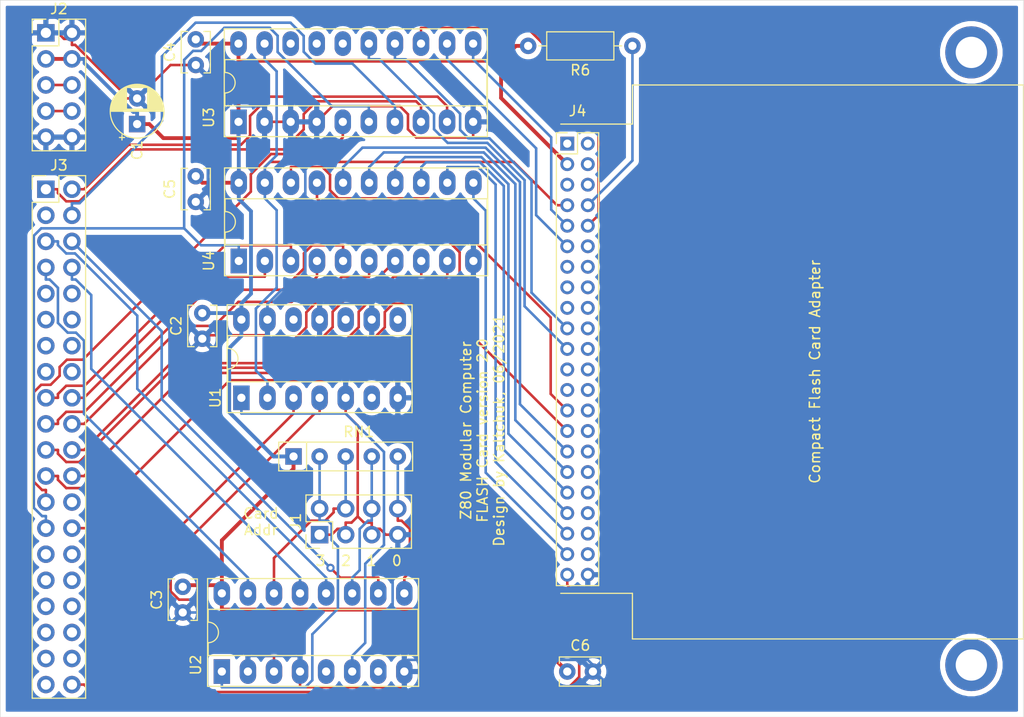
<source format=kicad_pcb>
(kicad_pcb (version 20211014) (generator pcbnew)
  (layers (0 "F.Cu" signal) (31 "B.Cu" signal) (34 "B.Paste" user) (35 "F.Paste" user) (36 "B.SilkS" user "B.Silkscreen") (37 "F.SilkS" user "F.Silkscreen") (38 "B.Mask" user) (39 "F.Mask" user) (44 "Edge.Cuts" user))
  (net 0 "")
  (net 1 "+5V")
  (net 2 "GND")
  (net 3 "Net-(J1-Pad2)")
  (net 4 "Net-(J1-Pad4)")
  (net 5 "Net-(J1-Pad6)")
  (net 6 "Net-(J1-Pad8)")
  (net 7 "/+12V")
  (net 8 "/v1")
  (net 9 "/a01")
  (net 10 "/a00")
  (net 11 "/a03")
  (net 12 "/a02")
  (net 13 "/a05")
  (net 14 "/a04")
  (net 15 "/a07")
  (net 16 "/a06")
  (net 17 "/a09")
  (net 18 "/a08")
  (net 19 "/a11")
  (net 20 "/a10")
  (net 21 "/a13")
  (net 22 "/a12")
  (net 23 "/a15")
  (net 24 "/a14")
  (net 25 "/d01")
  (net 26 "/d00")
  (net 27 "/d03")
  (net 28 "/d02")
  (net 29 "/d05")
  (net 30 "/d04")
  (net 31 "/d07")
  (net 32 "/d06")
  (net 33 "/wr")
  (net 34 "/mreq")
  (net 35 "/rd")
  (net 36 "/iorq")
  (net 37 "/busack")
  (net 38 "/busrq")
  (net 39 "/halt")
  (net 40 "/wait")
  (net 41 "/int")
  (net 42 "/nmi")
  (net 43 "/s1")
  (net 44 "/s0")
  (net 45 "/m1")
  (net 46 "/s2")
  (net 47 "/clk")
  (net 48 "/reset")
  (net 49 "/fd07")
  (net 50 "/fd06")
  (net 51 "/fd05")
  (net 52 "/fd04")
  (net 53 "/fd03")
  (net 54 "/fd02")
  (net 55 "/fd01")
  (net 56 "/fd00")
  (net 57 "/fwr")
  (net 58 "/frd")
  (net 59 "/fa01")
  (net 60 "/fa00")
  (net 61 "/fa02")
  (net 62 "/cf_sel")
  (net 63 "Net-(U1-Pad1)")
  (net 64 "Net-(U1-Pad8)")
  (net 65 "Net-(U1-Pad10)")
  (net 66 "Net-(U1-Pad4)")
  (net 67 "Net-(U1-Pad12)")
  (net 68 "Net-(U1-Pad6)")
  (net 69 "Net-(U2-Pad5)")
  (net 70 "Net-(U2-Pad7)")
  (net 71 "Net-(U3-Pad16)")
  (net 72 "Net-(U3-Pad17)")
  (net 73 "Net-(U3-Pad18)")
  (net 74 "Net-(J4-Pad5)")
  (net 75 "Net-(J4-Pad13)")
  (net 76 "Net-(J4-Pad15)")
  (net 77 "Net-(J4-Pad17)")
  (net 78 "Net-(J4-Pad23)")
  (net 79 "Net-(J4-Pad25)")
  (net 80 "Net-(J4-Pad1)")
  (net 81 "Net-(J4-Pad2)")
  (net 82 "Net-(J4-Pad6)")
  (net 83 "Net-(J4-Pad14)")
  (net 84 "Net-(J4-Pad16)")
  (net 85 "Net-(J4-Pad18)")
  (net 86 "Net-(J4-Pad24)")
  (net 87 "Net-(J4-Pad26)")
  (net 88 "Net-(J4-Pad4)")
  (net 89 "Net-(J4-Pad8)")
  (net 90 "Net-(J4-Pad12)")
  (net 91 "Net-(J4-Pad20)")
  (net 92 "Net-(J4-Pad22)")
  (net 93 "Net-(J4-Pad28)")
  (net 94 "Net-(J4-Pad30)")
  (net 95 "Net-(J4-Pad32)")
  (net 96 "Net-(J4-Pad34)")
  (net 97 "Net-(J4-Pad36)")
  (net 98 "Net-(J4-Pad38)")
  (net 99 "Net-(J4-Pad40)")
  (net 100 "Net-(J4-Pad42)")
  (footprint "Capacitor_THT:CP_Radial_D5.0mm_P2.50mm" (layer "F.Cu") (at 114.935 77.47 90)
    (fp_text reference "C1")
    (fp_text value "10uF")
  )
  (footprint "Capacitor_THT:C_Disc_D3.8mm_W2.6mm_P2.50mm" (layer "F.Cu") (at 121.285 95.885 -90)
    (fp_text reference "C2")
    (fp_text value "10nF")
  )
  (footprint "Capacitor_THT:C_Disc_D3.8mm_W2.6mm_P2.50mm" (layer "F.Cu") (at 119.38 122.555 -90)
    (fp_text reference "C3")
    (fp_text value "10nF")
  )
  (footprint "Capacitor_THT:C_Disc_D3.8mm_W2.6mm_P2.50mm" (layer "F.Cu") (at 120.65 69.215 -90)
    (fp_text reference "C4")
    (fp_text value "10nF")
  )
  (footprint "Capacitor_THT:C_Disc_D3.8mm_W2.6mm_P2.50mm" (layer "F.Cu") (at 120.65 82.55 -90)
    (fp_text reference "C5")
    (fp_text value "10nF")
  )
  (footprint "Capacitor_THT:C_Disc_D3.8mm_W2.6mm_P2.50mm" (layer "F.Cu") (at 156.845 130.81)
    (fp_text reference "C6")
    (fp_text value "10nF")
  )
  (footprint "Connector_PinHeader_2.54mm:PinHeader_2x04_P2.54mm_Vertical" (layer "F.Cu") (at 132.715 117.475 90)
    (fp_text reference "J1")
    (fp_text value "card addr")
  )
  (footprint "Connector_PinHeader_2.54mm:PinHeader_2x05_P2.54mm_Vertical" (layer "F.Cu") (at 106.045 68.58)
    (fp_text reference "J2")
    (fp_text value "Power Bus")
  )
  (footprint "Connector_PinHeader_2.54mm:PinHeader_2x20_P2.54mm_Vertical" (layer "F.Cu") (at 106.045 83.82)
    (fp_text reference "J3")
    (fp_text value "Signal Bus")
  )
  (footprint "Connector_PinHeader_2.00mm:PinHeader_2x22_P2.00mm_Vertical" (layer "F.Cu") (at 156.845 79.375)
    (fp_text reference "J4")
    (fp_text value "IDE connector")
  )
  (footprint "Resistor_THT:R_Axial_DIN0207_L6.3mm_D2.5mm_P10.16mm_Horizontal" (layer "F.Cu") (at 163.195 69.85 180)
    (fp_text reference "R6")
    (fp_text value "1k")
  )
  (footprint "Resistor_THT:R_Array_SIP5" (layer "F.Cu") (at 130.175 109.855)
    (fp_text reference "RN1")
    (fp_text value "4x10k")
  )
  (footprint "Package_DIP:DIP-14_W7.62mm_Socket_LongPads" (layer "F.Cu") (at 125.095 104.14 90)
    (fp_text reference "U1")
    (fp_text value "74LS04")
  )
  (footprint "Package_DIP:DIP-16_W7.62mm_Socket_LongPads" (layer "F.Cu") (at 123.19 130.81 90)
    (fp_text reference "U2")
    (fp_text value "74LS85")
  )
  (footprint "Package_DIP:DIP-20_W7.62mm_Socket_LongPads" (layer "F.Cu") (at 124.815 77.25 90)
    (fp_text reference "U3")
    (fp_text value "74LS245")
  )
  (footprint "Package_DIP:DIP-20_W7.62mm_Socket_LongPads" (layer "F.Cu") (at 124.841 90.805 90)
    (fp_text reference "U4")
    (fp_text value "74LS245")
  )
  (gr_line (start 163.195 127.635) (end 163.195 123.19) (layer "F.SilkS") (width 0.12))
  (gr_line (start 201.295 127.635) (end 163.195 127.635) (layer "F.SilkS") (width 0.12))
  (gr_line (start 201.295 73.66) (end 201.295 127.635) (layer "F.SilkS") (width 0.12))
  (gr_line (start 163.195 77.47) (end 163.195 73.66) (layer "F.SilkS") (width 0.12))
  (gr_line (start 163.195 73.66) (end 201.295 73.66) (layer "F.SilkS") (width 0.12))
  (gr_line (start 156.21 77.47) (end 163.195 77.47) (layer "F.SilkS") (width 0.12))
  (gr_line (start 156.21 123.19) (end 163.195 123.19) (layer "F.SilkS") (width 0.12))
  (gr_line (start 101.6 65.405) (end 101.6 135.255) (layer "Edge.Cuts") (width 0.05))
  (gr_line (start 201.295 65.405) (end 101.6 65.405) (layer "Edge.Cuts") (width 0.05))
  (gr_line (start 101.6 135.255) (end 201.295 135.255) (layer "Edge.Cuts") (width 0.05))
  (gr_line (start 201.295 135.255) (end 201.295 65.405) (layer "Edge.Cuts") (width 0.05))
  (gr_text "Compact Flash Card Adapter" (at 180.975 101.6 90) (layer "F.SilkS") (effects (font (size 1 1))))
  (gr_text "3  2  1  0" (at 136.525 120.015) (layer "F.SilkS") (effects (font (size 1 1))))
  (gr_text "Card\nAddr" (at 127 116.205) (layer "F.SilkS") (effects (font (size 1 1))))
  (gr_text "Z80 Modular Computer\nFLASH Card version 2.0\nDesign by Kaltchuk, 06/2021" (at 148.59 107.315 90) (layer "F.SilkS") (effects (font (size 1 1))))
  (via (at 196.215 130.175) (size 5.08) (drill 3.048) (layers "F.Cu" "B.Cu") (net 0))
  (via (at 196.215 70.485) (size 5.08) (drill 3.048) (layers "F.Cu" "B.Cu") (net 0))
  (segment (start 124.815 71.3008) (end 124.815 69.63) (width 0.375) (layer "F.Cu") (net 1))
  (segment (start 119.5389 122.3961) (end 119.38 122.555) (width 0.375) (layer "F.Cu") (net 1))
  (segment (start 124.815 77.25) (end 124.815 71.3008) (width 0.375) (layer "F.Cu") (net 1))
  (segment (start 124.815 71.3008) (end 150.3964 71.3008) (width 0.375) (layer "F.Cu") (net 1))
  (segment (start 121.065 69.63) (end 120.65 69.215) (width 0.375) (layer "F.Cu") (net 1))
  (segment (start 123.19 123.19) (end 123.19 124.7778) (width 0.375) (layer "F.Cu") (net 1))
  (segment (start 153.035 69.85) (end 151.8472 69.85) (width 0.375) (layer "F.Cu") (net 1))
  (segment (start 130.175 111.0428) (end 123.19 118.0278) (width 0.375) (layer "F.Cu") (net 1))
  (segment (start 150.3964 71.3008) (end 150.3964 74.9264) (width 0.375) (layer "F.Cu") (net 1))
  (segment (start 150.3964 74.9264) (end 156.845 81.375) (width 0.375) (layer "F.Cu") (net 1))
  (segment (start 117.4906 78.8378) (end 116.1228 77.47) (width 0.375) (layer "F.Cu") (net 1))
  (segment (start 130.175 109.855) (end 130.175 111.0428) (width 0.375) (layer "F.Cu") (net 1))
  (segment (start 150.3964 71.3008) (end 151.8472 69.85) (width 0.375) (layer "F.Cu") (net 1))
  (segment (start 123.19 118.0278) (end 123.19 122.3961) (width 0.375) (layer "F.Cu") (net 1))
  (segment (start 124.841 83.185) (end 121.285 83.185) (width 0.375) (layer "F.Cu") (net 1))
  (segment (start 150.8128 124.7778) (end 156.845 130.81) (width 0.375) (layer "F.Cu") (net 1))
  (segment (start 124.815 78.8378) (end 117.4906 78.8378) (width 0.375) (layer "F.Cu") (net 1))
  (segment (start 123.19 124.7778) (end 150.8128 124.7778) (width 0.375) (layer "F.Cu") (net 1))
  (segment (start 124.815 77.25) (end 124.815 78.8378) (width 0.375) (layer "F.Cu") (net 1))
  (segment (start 123.19 122.3961) (end 119.5389 122.3961) (width 0.375) (layer "F.Cu") (net 1))
  (segment (start 124.815 69.63) (end 121.065 69.63) (width 0.375) (layer "F.Cu") (net 1))
  (segment (start 123.19 123.19) (end 123.19 122.3961) (width 0.375) (layer "F.Cu") (net 1))
  (segment (start 114.935 77.47) (end 116.1228 77.47) (width 0.375) (layer "F.Cu") (net 1))
  (segment (start 108.585 71.12) (end 106.045 71.12) (width 0.375) (layer "F.Cu") (net 1))
  (segment (start 121.285 83.185) (end 120.65 82.55) (width 0.375) (layer "F.Cu") (net 1))
  (segment (start 114.5638 76.2822) (end 109.8228 71.5412) (width 0.375) (layer "B.Cu") (net 1))
  (segment (start 124.841 78.8638) (end 124.841 83.185) (width 0.375) (layer "B.Cu") (net 1))
  (segment (start 126.0288 85.9606) (end 124.841 84.7728) (width 0.375) (layer "B.Cu") (net 1))
  (segment (start 125.095 95.885) (end 125.095 96.52) (width 0.375) (layer "B.Cu") (net 1))
  (segment (start 124.815 78.8378) (end 124.841 78.8638) (width 0.375) (layer "B.Cu") (net 1))
  (segment (start 124.815 77.25) (end 124.815 78.8378) (width 0.375) (layer "B.Cu") (net 1))
  (segment (start 109.8228 71.5412) (end 109.8228 71.12) (width 0.375) (layer "B.Cu") (net 1))
  (segment (start 126.0288 93.9984) (end 126.0288 85.9606) (width 0.375) (layer "B.Cu") (net 1))
  (segment (start 123.9071 99.2957) (end 123.9071 105.5304) (width 0.375) (layer "B.Cu") (net 1))
  (segment (start 125.095 95.7261) (end 125.095 95.885) (width 0.375) (layer "B.Cu") (net 1))
  (segment (start 114.935 77.47) (end 114.935 76.2822) (width 0.375) (layer "B.Cu") (net 1))
  (segment (start 124.841 83.185) (end 124.841 84.7728) (width 0.375) (layer "B.Cu") (net 1))
  (segment (start 125.095 94.9322) (end 126.0288 93.9984) (width 0.375) (layer "B.Cu") (net 1))
  (segment (start 123.9071 105.5304) (end 128.2317 109.855) (width 0.375) (layer "B.Cu") (net 1))
  (segment (start 114.935 76.2822) (end 114.5638 76.2822) (width 0.375) (layer "B.Cu") (net 1))
  (segment (start 125.095 95.7261) (end 125.095 94.9322) (width 0.375) (layer "B.Cu") (net 1))
  (segment (start 108.585 71.12) (end 109.8228 71.12) (width 0.375) (layer "B.Cu") (net 1))
  (segment (start 125.095 98.1078) (end 123.9071 99.2957) (width 0.375) (layer "B.Cu") (net 1))
  (segment (start 128.2317 109.855) (end 130.175 109.855) (width 0.375) (layer "B.Cu") (net 1))
  (segment (start 125.095 96.52) (end 125.095 98.1078) (width 0.375) (layer "B.Cu") (net 1))
  (segment (start 125.095 95.885) (end 121.285 95.885) (width 0.375) (layer "B.Cu") (net 1))
  (segment (start 127.635 98.0453) (end 121.6247 98.0453) (width 0.25) (layer "F.Cu") (net 2))
  (segment (start 141.325 76.5133) (end 141.325 77.9778) (width 0.25) (layer "F.Cu") (net 2))
  (segment (start 108.585 68.58) (end 108.585 69.1676) (width 0.25) (layer "F.Cu") (net 2))
  (segment (start 137.795 116.9052) (end 138.5899 116.9052) (width 0.25) (layer "F.Cu") (net 2))
  (segment (start 140.97 130.81) (end 140.97 132.3353) (width 0.25) (layer "F.Cu") (net 2))
  (segment (start 135.8264 116.2997) (end 135.255 116.2997) (width 0.25) (layer "F.Cu") (net 2))
  (segment (start 137.795 116.9052) (end 137.795 116.2997) (width 0.25) (layer "F.Cu") (net 2))
  (segment (start 141.325 77.9778) (end 142.1225 78.7753) (width 0.25) (layer "F.Cu") (net 2))
  (segment (start 137.795 117.475) (end 137.795 116.9052) (width 0.25) (layer "F.Cu") (net 2))
  (segment (start 106.045 68.58) (end 107.2203 68.58) (width 0.25) (layer "F.Cu") (net 2))
  (segment (start 113.5303 74.97) (end 113.5303 74.3872) (width 0.25) (layer "F.Cu") (net 2))
  (segment (start 140.5364 75.7247) (end 141.325 76.5133) (width 0.25) (layer "F.Cu") (net 2))
  (segment (start 142.1225 78.7753) (end 147.675 78.7753) (width 0.25) (layer "F.Cu") (net 2))
  (segment (start 137.0342 116.2997) (end 136.4303 115.6958) (width 0.25) (layer "F.Cu") (net 2))
  (segment (start 127.635 96.52) (end 127.635 98.0453) (width 0.25) (layer "F.Cu") (net 2))
  (segment (start 136.4303 115.6958) (end 136.4303 106.8406) (width 0.25) (layer "F.Cu") (net 2))
  (segment (start 108.585 78.74) (end 109.7603 78.74) (width 0.25) (layer "F.Cu") (net 2))
  (segment (start 140.97 132.3353) (end 130.81 132.3353) (width 0.25) (layer "F.Cu") (net 2))
  (segment (start 137.795 116.2997) (end 137.0342 116.2997) (width 0.25) (layer "F.Cu") (net 2))
  (segment (start 135.255 116.9052) (end 134.4601 116.9052) (width 0.25) (layer "F.Cu") (net 2))
  (segment (start 135.255 116.9052) (end 135.255 116.2997) (width 0.25) (layer "F.Cu") (net 2))
  (segment (start 132.715 117.475) (end 133.8903 117.475) (width 0.25) (layer "F.Cu") (net 2))
  (segment (start 138.5899 116.9052) (end 139.1597 117.475) (width 0.25) (layer "F.Cu") (net 2))
  (segment (start 113.5303 74.97) (end 109.7603 78.74) (width 0.25) (layer "F.Cu") (net 2))
  (segment (start 108.585 69.1676) (end 107.8079 69.1676) (width 0.25) (layer "F.Cu") (net 2))
  (segment (start 136.4303 115.6958) (end 135.8264 116.2997) (width 0.25) (layer "F.Cu") (net 2))
  (segment (start 121.6247 98.0453) (end 121.285 98.385) (width 0.25) (layer "F.Cu") (net 2))
  (segment (start 118.19 71.715) (end 114.935 74.97) (width 0.25) (layer "F.Cu") (net 2))
  (segment (start 147.675 77.25) (end 147.675 78.7753) (width 0.25) (layer "F.Cu") (net 2))
  (segment (start 135.255 104.14) (end 135.255 105.6653) (width 0.25) (layer "F.Cu") (net 2))
  (segment (start 132.435 77.25) (end 133.9603 75.7247) (width 0.25) (layer "F.Cu") (net 2))
  (segment (start 140.335 117.475) (end 139.1597 117.475) (width 0.25) (layer "F.Cu") (net 2))
  (segment (start 108.585 69.1676) (end 108.585 69.7553) (width 0.25) (layer "F.Cu") (net 2))
  (segment (start 133.9603 75.7247) (end 140.5364 75.7247) (width 0.25) (layer "F.Cu") (net 2))
  (segment (start 107.8079 69.1676) (end 107.2203 68.58) (width 0.25) (layer "F.Cu") (net 2))
  (segment (start 135.255 117.475) (end 135.255 116.9052) (width 0.25) (layer "F.Cu") (net 2))
  (segment (start 108.585 78.74) (end 106.045 78.74) (width 0.25) (layer "F.Cu") (net 2))
  (segment (start 120.65 71.715) (end 118.19 71.715) (width 0.25) (layer "F.Cu") (net 2))
  (segment (start 136.4303 106.8406) (end 135.255 105.6653) (width 0.25) (layer "F.Cu") (net 2))
  (segment (start 130.81 130.81) (end 130.81 132.3353) (width 0.25) (layer "F.Cu") (net 2))
  (segment (start 114.935 74.97) (end 113.5303 74.97) (width 0.25) (layer "F.Cu") (net 2))
  (segment (start 108.8984 69.7553) (end 108.585 69.7553) (width 0.25) (layer "F.Cu") (net 2))
  (segment (start 129.895 77.25) (end 127.355 77.25) (width 0.25) (layer "F.Cu") (net 2))
  (segment (start 113.5303 74.3872) (end 108.8984 69.7553) (width 0.25) (layer "F.Cu") (net 2))
  (segment (start 134.4601 116.9052) (end 133.8903 117.475) (width 0.25) (layer "F.Cu") (net 2))
  (segment (start 135.255 104.14) (end 135.255 102.6147) (width 0.25) (layer "B.Cu") (net 2))
  (segment (start 124.6597 75.7247) (end 124.2693 75.3343) (width 0.25) (layer "B.Cu") (net 2))
  (segment (start 121.3877 125.055) (end 125.73 129.3973) (width 0.25) (layer "B.Cu") (net 2))
  (segment (start 120.65 85.05) (end 121.8256 83.8744) (width 0.25) (layer "B.Cu") (net 2))
  (segment (start 127.635 96.52) (end 127.635 94.9947) (width 0.25) (layer "B.Cu") (net 2))
  (segment (start 131.3223 79.888) (end 132.435 78.7753) (width 0.25) (layer "B.Cu") (net 2))
  (segment (start 127.635 94.9947) (end 129.0277 93.602) (width 0.25) (layer "B.Cu") (net 2))
  (segment (start 125.8426 129.2847) (end 125.73 129.3973) (width 0.25) (layer "B.Cu") (net 2))
  (segment (start 124.2693 75.3343) (end 120.65 71.715) (width 0.25) (layer "B.Cu") (net 2))
  (segment (start 140.97 129.2847) (end 139.831 128.1457) (width 0.25) (layer "B.Cu") (net 2))
  (segment (start 140.97 130.0473) (end 141.3442 129.6731) (width 0.25) (layer "B.Cu") (net 2))
  (segment (start 137.795 96.52) (end 137.795 95.1073) (width 0.25) (layer "B.Cu") (net 2))
  (segment (start 121.8256 77.778) (end 124.2693 75.3343) (width 0.25) (layer "B.Cu") (net 2))
  (segment (start 140.4594 92.3303) (end 137.795 94.9947) (width 0.25) (layer "B.Cu") (net 2))
  (segment (start 129.0277 93.602) (end 131.3223 93.602) (width 0.25) (layer "B.Cu") (net 2))
  (segment (start 130.2096 78.7753) (end 129.895 78.7753) (width 0.25) (layer "B.Cu") (net 2))
  (segment (start 158.845 121.375) (end 158.845 122.3753) (width 0.25) (layer "B.Cu") (net 2))
  (segment (start 137.795 96.52) (end 137.795 100.0747) (width 0.25) (layer "B.Cu") (net 2))
  (segment (start 130.81 130.81) (end 130.81 129.2847) (width 0.25) (layer "B.Cu") (net 2))
  (segment (start 140.335 117.475) (end 140.335 118.6503) (width 0.25) (layer "B.Cu") (net 2))
  (segment (start 131.3223 79.888) (end 130.2096 78.7753) (width 0.25) (layer "B.Cu") (net 2))
  (segment (start 140.97 130.0473) (end 140.97 129.2847) (width 0.25) (layer "B.Cu") (net 2))
  (segment (start 140.335 104.14) (end 140.335 102.6147) (width 0.25) (layer "B.Cu") (net 2))
  (segment (start 159.345 130.1731) (end 159.345 130.81) (width 0.25) (layer "B.Cu") (net 2))
  (segment (start 139.831 128.1457) (end 139.831 119.1543) (width 0.25) (layer "B.Cu") (net 2))
  (segment (start 158.845 129.6731) (end 159.345 130.1731) (width 0.25) (layer "B.Cu") (net 2))
  (segment (start 125.73 130.81) (end 125.73 129.3973) (width 0.25) (layer "B.Cu") (net 2))
  (segment (start 137.795 100.0747) (end 140.335 102.6147) (width 0.25) (layer "B.Cu") (net 2))
  (segment (start 137.795 95.1073) (end 137.795 94.9947) (width 0.25) (layer "B.Cu") (net 2))
  (segment (start 121.8256 83.8744) (end 121.8256 77.778) (width 0.25) (layer "B.Cu") (net 2))
  (segment (start 130.81 129.2847) (end 125.8426 129.2847) (width 0.25) (layer "B.Cu") (net 2))
  (segment (start 137.795 100.0747) (end 135.255 102.6147) (width 0.25) (layer "B.Cu") (net 2))
  (segment (start 131.3223 93.602) (end 131.3223 79.888) (width 0.25) (layer "B.Cu") (net 2))
  (segment (start 139.831 119.1543) (end 140.335 118.6503) (width 0.25) (layer "B.Cu") (net 2))
  (segment (start 127.355 77.25) (end 127.355 75.7247) (width 0.25) (layer "B.Cu") (net 2))
  (segment (start 158.845 122.3753) (end 158.845 129.6731) (width 0.25) (layer "B.Cu") (net 2))
  (segment (start 137.795 94.9947) (end 132.715 94.9947) (width 0.25) (layer "B.Cu") (net 2))
  (segment (start 147.701 92.3303) (end 140.4594 92.3303) (width 0.25) (layer "B.Cu") (net 2))
  (segment (start 141.3442 129.6731) (end 158.845 129.6731) (width 0.25) (layer "B.Cu") (net 2))
  (segment (start 147.701 90.805) (end 147.701 92.3303) (width 0.25) (layer "B.Cu") (net 2))
  (segment (start 140.97 130.81) (end 140.97 130.0473) (width 0.25) (layer "B.Cu") (net 2))
  (segment (start 132.715 96.52) (end 132.715 94.9947) (width 0.25) (layer "B.Cu") (net 2))
  (segment (start 131.3223 93.602) (end 132.715 94.9947) (width 0.25) (layer "B.Cu") (net 2))
  (segment (start 129.895 77.25) (end 129.895 78.7753) (width 0.25) (layer "B.Cu") (net 2))
  (segment (start 119.38 125.055) (end 121.3877 125.055) (width 0.25) (layer "B.Cu") (net 2))
  (segment (start 132.435 77.25) (end 132.435 78.7753) (width 0.25) (layer "B.Cu") (net 2))
  (segment (start 127.355 75.7247) (end 124.6597 75.7247) (width 0.25) (layer "B.Cu") (net 2))
  (segment (start 123.19 130.81) (end 123.19 132.3353) (width 0.25) (layer "B.Cu") (net 3))
  (segment (start 133.8903 118.0105) (end 133.8903 116.4775) (width 0.25) (layer "B.Cu") (net 3))
  (segment (start 134.4999 124.681) (end 134.4999 118.6201) (width 0.25) (layer "B.Cu") (net 3))
  (segment (start 123.19 132.3353) (end 131.3249 132.3353) (width 0.25) (layer "B.Cu") (net 3))
  (segment (start 132.0061 127.1748) (end 134.4999 124.681) (width 0.25) (layer "B.Cu") (net 3))
  (segment (start 132.715 114.935) (end 132.715 116.1103) (width 0.25) (layer "B.Cu") (net 3))
  (segment (start 133.8903 116.4775) (end 133.5231 116.1103) (width 0.25) (layer "B.Cu") (net 3))
  (segment (start 133.5231 116.1103) (end 132.715 116.1103) (width 0.25) (layer "B.Cu") (net 3))
  (segment (start 134.4999 118.6201) (end 133.8903 118.0105) (width 0.25) (layer "B.Cu") (net 3))
  (segment (start 131.3249 132.3353) (end 132.0061 131.6541) (width 0.25) (layer "B.Cu") (net 3))
  (segment (start 132.715 109.855) (end 132.715 114.935) (width 0.25) (layer "B.Cu") (net 3))
  (segment (start 132.0061 131.6541) (end 132.0061 127.1748) (width 0.25) (layer "B.Cu") (net 3))
  (segment (start 128.27 119.75) (end 128.27 123.19) (width 0.25) (layer "F.Cu") (net 4))
  (segment (start 135.255 114.935) (end 134.0797 114.935) (width 0.25) (layer "F.Cu") (net 4))
  (segment (start 134.0797 114.935) (end 134.0797 115.3024) (width 0.25) (layer "F.Cu") (net 4))
  (segment (start 133.2718 116.1103) (end 131.9097 116.1103) (width 0.25) (layer "F.Cu") (net 4))
  (segment (start 134.0797 115.3024) (end 133.2718 116.1103) (width 0.25) (layer "F.Cu") (net 4))
  (segment (start 131.9097 116.1103) (end 128.27 119.75) (width 0.25) (layer "F.Cu") (net 4))
  (segment (start 135.255 109.855) (end 135.255 114.935) (width 0.25) (layer "B.Cu") (net 4))
  (segment (start 135.89 121.6647) (end 136.6197 120.935) (width 0.25) (layer "B.Cu") (net 5))
  (segment (start 137.4276 116.1103) (end 137.795 116.1103) (width 0.25) (layer "B.Cu") (net 5))
  (segment (start 137.795 109.855) (end 137.795 114.935) (width 0.25) (layer "B.Cu") (net 5))
  (segment (start 136.6197 120.935) (end 136.6197 116.9182) (width 0.25) (layer "B.Cu") (net 5))
  (segment (start 137.795 114.935) (end 137.795 116.1103) (width 0.25) (layer "B.Cu") (net 5))
  (segment (start 135.89 123.19) (end 135.89 121.6647) (width 0.25) (layer "B.Cu") (net 5))
  (segment (start 136.6197 116.9182) (end 137.4276 116.1103) (width 0.25) (layer "B.Cu") (net 5))
  (segment (start 140.335 114.935) (end 140.335 116.1103) (width 0.25) (layer "F.Cu") (net 6))
  (segment (start 140.97 123.19) (end 140.97 121.6647) (width 0.25) (layer "F.Cu") (net 6))
  (segment (start 140.7024 116.1103) (end 140.335 116.1103) (width 0.25) (layer "F.Cu") (net 6))
  (segment (start 141.5103 121.1244) (end 141.5103 116.9182) (width 0.25) (layer "F.Cu") (net 6))
  (segment (start 141.5103 116.9182) (end 140.7024 116.1103) (width 0.25) (layer "F.Cu") (net 6))
  (segment (start 140.97 121.6647) (end 141.5103 121.1244) (width 0.25) (layer "F.Cu") (net 6))
  (segment (start 140.335 109.855) (end 140.335 114.935) (width 0.25) (layer "B.Cu") (net 6))
  (segment (start 108.585 73.66) (end 106.045 73.66) (width 0.25) (layer "F.Cu") (net 7))
  (segment (start 108.585 76.2) (end 106.045 76.2) (width 0.25) (layer "F.Cu") (net 8))
  (segment (start 142.595 75.7247) (end 142.1192 75.2489) (width 0.25) (layer "F.Cu") (net 9))
  (segment (start 131.165 76.5034) (end 131.165 77.9918) (width 0.25) (layer "F.Cu") (net 9))
  (segment (start 142.1192 75.2489) (end 132.4195 75.2489) (width 0.25) (layer "F.Cu") (net 9))
  (segment (start 131.165 77.9918) (end 129.2187 79.9381) (width 0.25) (layer "F.Cu") (net 9))
  (segment (start 108.0282 84.9953) (end 107.2203 84.1874) (width 0.25) (layer "F.Cu") (net 9))
  (segment (start 114.3671 79.9381) (end 109.3099 84.9953) (width 0.25) (layer "F.Cu") (net 9))
  (segment (start 129.2187 79.9381) (end 114.3671 79.9381) (width 0.25) (layer "F.Cu") (net 9))
  (segment (start 132.4195 75.2489) (end 131.165 76.5034) (width 0.25) (layer "F.Cu") (net 9))
  (segment (start 107.2203 84.1874) (end 107.2203 83.82) (width 0.25) (layer "F.Cu") (net 9))
  (segment (start 109.3099 84.9953) (end 108.0282 84.9953) (width 0.25) (layer "F.Cu") (net 9))
  (segment (start 106.045 83.82) (end 107.2203 83.82) (width 0.25) (layer "F.Cu") (net 9))
  (segment (start 142.595 77.25) (end 142.595 75.7247) (width 0.25) (layer "F.Cu") (net 9))
  (segment (start 125.9404 78.5975) (end 125.0502 79.4877) (width 0.25) (layer "F.Cu") (net 10))
  (segment (start 114.0926 79.4877) (end 109.7603 83.82) (width 0.25) (layer "F.Cu") (net 10))
  (segment (start 127.8145 74.7985) (end 125.9404 76.6726) (width 0.25) (layer "F.Cu") (net 10))
  (segment (start 145.135 77.25) (end 145.135 75.7247) (width 0.25) (layer "F.Cu") (net 10))
  (segment (start 145.135 75.7247) (end 144.2088 74.7985) (width 0.25) (layer "F.Cu") (net 10))
  (segment (start 125.9404 76.6726) (end 125.9404 78.5975) (width 0.25) (layer "F.Cu") (net 10))
  (segment (start 144.2088 74.7985) (end 127.8145 74.7985) (width 0.25) (layer "F.Cu") (net 10))
  (segment (start 125.0502 79.4877) (end 114.0926 79.4877) (width 0.25) (layer "F.Cu") (net 10))
  (segment (start 108.585 83.82) (end 109.7603 83.82) (width 0.25) (layer "F.Cu") (net 10))
  (segment (start 135.9062 71.5759) (end 132.3139 71.5759) (width 0.25) (layer "B.Cu") (net 12))
  (segment (start 129.8785 67.5895) (end 120.6374 67.5895) (width 0.25) (layer "B.Cu") (net 12))
  (segment (start 109.3196 85.1847) (end 108.585 85.1847) (width 0.25) (layer "B.Cu") (net 12))
  (segment (start 140.055 77.25) (end 140.055 75.7247) (width 0.25) (layer "B.Cu") (net 12))
  (segment (start 108.585 86.36) (end 108.585 85.1847) (width 0.25) (layer "B.Cu") (net 12))
  (segment (start 140.055 75.7247) (end 135.9062 71.5759) (width 0.25) (layer "B.Cu") (net 12))
  (segment (start 131.165 70.427) (end 131.165 68.876) (width 0.25) (layer "B.Cu") (net 12))
  (segment (start 117.3512 70.8757) (end 117.3512 77.1531) (width 0.25) (layer "B.Cu") (net 12))
  (segment (start 131.165 68.876) (end 129.8785 67.5895) (width 0.25) (layer "B.Cu") (net 12))
  (segment (start 117.3512 77.1531) (end 109.3196 85.1847) (width 0.25) (layer "B.Cu") (net 12))
  (segment (start 120.6374 67.5895) (end 117.3512 70.8757) (width 0.25) (layer "B.Cu") (net 12))
  (segment (start 132.3139 71.5759) (end 131.165 70.427) (width 0.25) (layer "B.Cu") (net 12))
  (segment (start 106.045 88.9) (end 107.2203 88.9) (width 0.25) (layer "B.Cu") (net 13))
  (segment (start 114.9512 96.1398) (end 108.8867 90.0753) (width 0.25) (layer "B.Cu") (net 13))
  (segment (start 133.35 123.19) (end 133.35 121.6647) (width 0.25) (layer "B.Cu") (net 13))
  (segment (start 114.9512 103.2659) (end 114.9512 96.1398) (width 0.25) (layer "B.Cu") (net 13))
  (segment (start 133.35 121.6647) (end 114.9512 103.2659) (width 0.25) (layer "B.Cu") (net 13))
  (segment (start 108.8867 90.0753) (end 108.0282 90.0753) (width 0.25) (layer "B.Cu") (net 13))
  (segment (start 107.2203 89.2674) (end 107.2203 88.9) (width 0.25) (layer "B.Cu") (net 13))
  (segment (start 108.0282 90.0753) (end 107.2203 89.2674) (width 0.25) (layer "B.Cu") (net 13))
  (segment (start 134.7282 121.6647) (end 133.7741 120.7106) (width 0.25) (layer "F.Cu") (net 14))
  (segment (start 138.43 123.19) (end 138.43 121.6647) (width 0.25) (layer "F.Cu") (net 14))
  (segment (start 138.43 121.6647) (end 134.7282 121.6647) (width 0.25) (layer "F.Cu") (net 14))
  (via (at 133.7741 120.7106) (size 0.8) (drill 0.4) (layers "F.Cu" "B.Cu") (net 14))
  (segment (start 117.3278 104.2643) (end 133.7741 120.7106) (width 0.25) (layer "B.Cu") (net 14))
  (segment (start 108.585 88.9) (end 117.3278 97.6428) (width 0.25) (layer "B.Cu") (net 14))
  (segment (start 117.3278 97.6428) (end 117.3278 104.2643) (width 0.25) (layer "B.Cu") (net 14))
  (segment (start 108.1675 97.79) (end 107.2203 96.8428) (width 0.25) (layer "B.Cu") (net 15))
  (segment (start 109.7603 105.695) (end 109.7603 98.571) (width 0.25) (layer "B.Cu") (net 15))
  (segment (start 109.7603 98.571) (end 108.9793 97.79) (width 0.25) (layer "B.Cu") (net 15))
  (segment (start 107.2203 93.4232) (end 106.4124 92.6153) (width 0.25) (layer "B.Cu") (net 15))
  (segment (start 107.2203 96.8428) (end 107.2203 93.4232) (width 0.25) (layer "B.Cu") (net 15))
  (segment (start 108.9793 97.79) (end 108.1675 97.79) (width 0.25) (layer "B.Cu") (net 15))
  (segment (start 125.73 123.19) (end 125.73 121.6647) (width 0.25) (layer "B.Cu") (net 15))
  (segment (start 106.045 91.44) (end 106.045 92.6153) (width 0.25) (layer "B.Cu") (net 15))
  (segment (start 106.4124 92.6153) (end 106.045 92.6153) (width 0.25) (layer "B.Cu") (net 15))
  (segment (start 125.73 121.6647) (end 109.7603 105.695) (width 0.25) (layer "B.Cu") (net 15))
  (segment (start 130.81 121.6647) (end 110.4661 101.3208) (width 0.25) (layer "B.Cu") (net 16))
  (segment (start 108.9523 92.6153) (end 108.585 92.6153) (width 0.25) (layer "B.Cu") (net 16))
  (segment (start 108.585 91.44) (end 108.585 92.6153) (width 0.25) (layer "B.Cu") (net 16))
  (segment (start 130.81 123.19) (end 130.81 121.6647) (width 0.25) (layer "B.Cu") (net 16))
  (segment (start 110.4661 94.1291) (end 108.9523 92.6153) (width 0.25) (layer "B.Cu") (net 16))
  (segment (start 110.4661 101.3208) (end 110.4661 94.1291) (width 0.25) (layer "B.Cu") (net 16))
  (segment (start 129.921 90.805) (end 129.921 89.2797) (width 0.25) (layer "F.Cu") (net 25))
  (segment (start 107.2203 103.7726) (end 107.2203 104.14) (width 0.25) (layer "F.Cu") (net 25))
  (segment (start 106.045 104.14) (end 107.2203 104.14) (width 0.25) (layer "F.Cu") (net 25))
  (segment (start 109.816 102.9647) (end 108.0282 102.9647) (width 0.25) (layer "F.Cu") (net 25))
  (segment (start 123.501 89.2797) (end 109.816 102.9647) (width 0.25) (layer "F.Cu") (net 25))
  (segment (start 108.0282 102.9647) (end 107.2203 103.7726) (width 0.25) (layer "F.Cu") (net 25))
  (segment (start 129.921 89.2797) (end 123.501 89.2797) (width 0.25) (layer "F.Cu") (net 25))
  (segment (start 127.381 92.3303) (end 121.57 92.3303) (width 0.25) (layer "F.Cu") (net 26))
  (segment (start 127.381 90.805) (end 127.381 92.3303) (width 0.25) (layer "F.Cu") (net 26))
  (segment (start 121.57 92.3303) (end 109.7603 104.14) (width 0.25) (layer "F.Cu") (net 26))
  (segment (start 108.585 104.14) (end 109.7603 104.14) (width 0.25) (layer "F.Cu") (net 26))
  (segment (start 129.1171 93.6108) (end 121.7099 93.6108) (width 0.25) (layer "F.Cu") (net 27))
  (segment (start 135.001 89.2797) (end 131.976 89.2797) (width 0.25) (layer "F.Cu") (net 27))
  (segment (start 108.0282 105.5047) (end 107.2203 106.3126) (width 0.25) (layer "F.Cu") (net 27))
  (segment (start 121.7099 93.6108) (end 109.816 105.5047) (width 0.25) (layer "F.Cu") (net 27))
  (segment (start 135.001 90.805) (end 135.001 89.2797) (width 0.25) (layer "F.Cu") (net 27))
  (segment (start 131.191 90.0647) (end 131.191 91.5369) (width 0.25) (layer "F.Cu") (net 27))
  (segment (start 131.976 89.2797) (end 131.191 90.0647) (width 0.25) (layer "F.Cu") (net 27))
  (segment (start 107.2203 106.3126) (end 107.2203 106.68) (width 0.25) (layer "F.Cu") (net 27))
  (segment (start 109.816 105.5047) (end 108.0282 105.5047) (width 0.25) (layer "F.Cu") (net 27))
  (segment (start 131.191 91.5369) (end 129.1171 93.6108) (width 0.25) (layer "F.Cu") (net 27))
  (segment (start 106.045 106.68) (end 107.2203 106.68) (width 0.25) (layer "F.Cu") (net 27))
  (segment (start 119.3053 97.135) (end 109.7603 106.68) (width 0.25) (layer "F.Cu") (net 28))
  (segment (start 132.461 90.805) (end 132.461 92.3303) (width 0.25) (layer "F.Cu") (net 28))
  (segment (start 129.9993 94.792) (end 124.8009 94.792) (width 0.25) (layer "F.Cu") (net 28))
  (segment (start 132.461 92.3303) (end 129.9993 94.792) (width 0.25) (layer "F.Cu") (net 28))
  (segment (start 124.8009 94.792) (end 122.4579 97.135) (width 0.25) (layer "F.Cu") (net 28))
  (segment (start 108.585 106.68) (end 109.7603 106.68) (width 0.25) (layer "F.Cu") (net 28))
  (segment (start 122.4579 97.135) (end 119.3053 97.135) (width 0.25) (layer "F.Cu") (net 28))
  (segment (start 109.3098 110.3953) (end 108.0282 110.3953) (width 0.25) (layer "F.Cu") (net 29))
  (segment (start 108.0282 110.3953) (end 107.2203 109.5874) (width 0.25) (layer "F.Cu") (net 29))
  (segment (start 133.985 97.257) (end 130.03 101.212) (width 0.25) (layer "F.Cu") (net 29))
  (segment (start 136.958 92.7807) (end 133.985 95.7537) (width 0.25) (layer "F.Cu") (net 29))
  (segment (start 118.4931 101.212) (end 109.3098 110.3953) (width 0.25) (layer "F.Cu") (net 29))
  (segment (start 130.03 101.212) (end 118.4931 101.212) (width 0.25) (layer "F.Cu") (net 29))
  (segment (start 107.2203 109.5874) (end 107.2203 109.22) (width 0.25) (layer "F.Cu") (net 29))
  (segment (start 140.081 90.805) (end 138.1053 92.7807) (width 0.25) (layer "F.Cu") (net 29))
  (segment (start 106.045 109.22) (end 107.2203 109.22) (width 0.25) (layer "F.Cu") (net 29))
  (segment (start 133.985 95.7537) (end 133.985 97.257) (width 0.25) (layer "F.Cu") (net 29))
  (segment (start 138.1053 92.7807) (end 136.958 92.7807) (width 0.25) (layer "F.Cu") (net 29))
  (segment (start 127.9249 100.7616) (end 118.2186 100.7616) (width 0.25) (layer "F.Cu") (net 30))
  (segment (start 134.8979 92.3303) (end 131.4198 95.8084) (width 0.25) (layer "F.Cu") (net 30))
  (segment (start 108.585 109.22) (end 109.7603 109.22) (width 0.25) (layer "F.Cu") (net 30))
  (segment (start 131.4198 97.2667) (end 127.9249 100.7616) (width 0.25) (layer "F.Cu") (net 30))
  (segment (start 118.2186 100.7616) (end 118.2186 100.7617) (width 0.25) (layer "F.Cu") (net 30))
  (segment (start 137.541 92.3303) (end 134.8979 92.3303) (width 0.25) (layer "F.Cu") (net 30))
  (segment (start 137.541 90.805) (end 137.541 92.3303) (width 0.25) (layer "F.Cu") (net 30))
  (segment (start 118.2186 100.7617) (end 109.7603 109.22) (width 0.25) (layer "F.Cu") (net 30))
  (segment (start 131.4198 95.8084) (end 131.4198 97.2667) (width 0.25) (layer "F.Cu") (net 30))
  (segment (start 133.9091 102.4249) (end 123.9696 102.4249) (width 0.25) (layer "F.Cu") (net 31))
  (segment (start 123.9696 102.4249) (end 113.4592 112.9353) (width 0.25) (layer "F.Cu") (net 31))
  (segment (start 139.065 97.269) (end 133.9091 102.4249) (width 0.25) (layer "F.Cu") (net 31))
  (segment (start 106.045 111.76) (end 107.2203 111.76) (width 0.25) (layer "F.Cu") (net 31))
  (segment (start 142.5197 94.9716) (end 139.8789 94.9716) (width 0.25) (layer "F.Cu") (net 31))
  (segment (start 139.8789 94.9716) (end 139.065 95.7855) (width 0.25) (layer "F.Cu") (net 31))
  (segment (start 108.0282 112.9353) (end 107.2203 112.1274) (width 0.25) (layer "F.Cu") (net 31))
  (segment (start 113.4592 112.9353) (end 108.0282 112.9353) (width 0.25) (layer "F.Cu") (net 31))
  (segment (start 107.2203 112.1274) (end 107.2203 111.76) (width 0.25) (layer "F.Cu") (net 31))
  (segment (start 139.065 95.7855) (end 139.065 97.269) (width 0.25) (layer "F.Cu") (net 31))
  (segment (start 145.161 92.3303) (end 142.5197 94.9716) (width 0.25) (layer "F.Cu") (net 31))
  (segment (start 145.161 90.805) (end 145.161 92.3303) (width 0.25) (layer "F.Cu") (net 31))
  (segment (start 136.525 95.75) (end 136.525 97.2564) (width 0.25) (layer "F.Cu") (net 32))
  (segment (start 139.9447 92.3303) (end 136.525 95.75) (width 0.25) (layer "F.Cu") (net 32))
  (segment (start 119.8034 101.7169) (end 109.7603 111.76) (width 0.25) (layer "F.Cu") (net 32))
  (segment (start 132.0645 101.7169) (end 119.8034 101.7169) (width 0.25) (layer "F.Cu") (net 32))
  (segment (start 136.525 97.2564) (end 132.0645 101.7169) (width 0.25) (layer "F.Cu") (net 32))
  (segment (start 142.621 90.805) (end 142.621 92.3303) (width 0.25) (layer "F.Cu") (net 32))
  (segment (start 108.585 111.76) (end 109.7603 111.76) (width 0.25) (layer "F.Cu") (net 32))
  (segment (start 142.621 92.3303) (end 139.9447 92.3303) (width 0.25) (layer "F.Cu") (net 32))
  (segment (start 106.5102 102.87) (end 105.5873 102.87) (width 0.25) (layer "F.Cu") (net 33))
  (segment (start 107.3848 101.9954) (end 106.5102 102.87) (width 0.25) (layer "F.Cu") (net 33))
  (segment (start 104.8697 103.5876) (end 104.8697 112.3168) (width 0.25) (layer "F.Cu") (net 33))
  (segment (start 126.0152 84.0546) (end 109.6452 100.4246) (width 0.25) (layer "F.Cu") (net 33))
  (segment (start 134.975 77.25) (end 134.975 78.7753) (width 0.25) (layer "F.Cu") (net 33))
  (segment (start 105.6776 113.1247) (end 106.045 113.1247) (width 0.25) (layer "F.Cu") (net 33))
  (segment (start 106.045 114.3) (end 106.045 113.1247) (width 0.25) (layer "F.Cu") (net 33))
  (segment (start 107.3848 101.1354) (end 107.3848 101.9954) (width 0.25) (layer "F.Cu") (net 33))
  (segment (start 133.3618 80.3885) (end 127.9841 80.3885) (width 0.25) (layer "F.Cu") (net 33))
  (segment (start 104.8697 112.3168) (end 105.6776 113.1247) (width 0.25) (layer "F.Cu") (net 33))
  (segment (start 108.0956 100.4246) (end 107.3848 101.1354) (width 0.25) (layer "F.Cu") (net 33))
  (segment (start 105.5873 102.87) (end 104.8697 103.5876) (width 0.25) (layer "F.Cu") (net 33))
  (segment (start 109.6452 100.4246) (end 108.0956 100.4246) (width 0.25) (layer "F.Cu") (net 33))
  (segment (start 127.9841 80.3885) (end 126.0152 82.3574) (width 0.25) (layer "F.Cu") (net 33))
  (segment (start 126.0152 82.3574) (end 126.0152 84.0546) (width 0.25) (layer "F.Cu") (net 33))
  (segment (start 134.975 78.7753) (end 133.3618 80.3885) (width 0.25) (layer "F.Cu") (net 33))
  (segment (start 104.8697 88.3474) (end 104.8697 114.8568) (width 0.25) (layer "B.Cu") (net 35))
  (segment (start 119.5175 87.63) (end 105.5871 87.63) (width 0.25) (layer "B.Cu") (net 35))
  (segment (start 105.6776 115.6647) (end 106.045 115.6647) (width 0.25) (layer "B.Cu") (net 35))
  (segment (start 119.5175 87.63) (end 119.5175 71.2097) (width 0.25) (layer "B.Cu") (net 35))
  (segment (start 106.045 116.84) (end 106.045 115.6647) (width 0.25) (layer "B.Cu") (net 35))
  (segment (start 121.1672 89.2797) (end 119.5175 87.63) (width 0.25) (layer "B.Cu") (net 35))
  (segment (start 137.515 77.25) (end 137.515 75.7247) (width 0.25) (layer "B.Cu") (net 35))
  (segment (start 127.8494 68.0842) (end 128.625 68.8598) (width 0.25) (layer "B.Cu") (net 35))
  (segment (start 124.841 90.805) (end 124.841 89.2797) (width 0.25) (layer "B.Cu") (net 35))
  (segment (start 128.625 68.8598) (end 128.625 70.4466) (width 0.25) (layer "B.Cu") (net 35))
  (segment (start 105.5871 87.63) (end 104.8697 88.3474) (width 0.25) (layer "B.Cu") (net 35))
  (segment (start 120.3868 70.3404) (end 121.1815 70.3404) (width 0.25) (layer "B.Cu") (net 35))
  (segment (start 123.4377 68.0842) (end 127.8494 68.0842) (width 0.25) (layer "B.Cu") (net 35))
  (segment (start 104.8697 114.8568) (end 105.6776 115.6647) (width 0.25) (layer "B.Cu") (net 35))
  (segment (start 133.9031 75.7247) (end 137.515 75.7247) (width 0.25) (layer "B.Cu") (net 35))
  (segment (start 119.5175 71.2097) (end 120.3868 70.3404) (width 0.25) (layer "B.Cu") (net 35))
  (segment (start 121.1815 70.3404) (end 123.4377 68.0842) (width 0.25) (layer "B.Cu") (net 35))
  (segment (start 124.841 89.2797) (end 121.1672 89.2797) (width 0.25) (layer "B.Cu") (net 35))
  (segment (start 128.625 70.4466) (end 133.9031 75.7247) (width 0.25) (layer "B.Cu") (net 35))
  (segment (start 119.0003 116.84) (end 108.585 116.84) (width 0.25) (layer "F.Cu") (net 36))
  (segment (start 130.175 105.6653) (end 119.0003 116.84) (width 0.25) (layer "F.Cu") (net 36))
  (segment (start 130.175 104.14) (end 130.175 105.6653) (width 0.25) (layer "F.Cu") (net 36))
  (segment (start 156.845 122.3753) (end 158.009 123.5393) (width 0.25) (layer "F.Cu") (net 48))
  (segment (start 156.845 121.375) (end 156.845 122.3753) (width 0.25) (layer "F.Cu") (net 48))
  (segment (start 110.486 132.8057) (end 109.7603 132.08) (width 0.25) (layer "F.Cu") (net 48))
  (segment (start 158.009 131.3332) (end 156.5365 132.8057) (width 0.25) (layer "F.Cu") (net 48))
  (segment (start 156.5365 132.8057) (end 110.486 132.8057) (width 0.25) (layer "F.Cu") (net 48))
  (segment (start 158.009 123.5393) (end 158.009 131.3332) (width 0.25) (layer "F.Cu") (net 48))
  (segment (start 108.585 132.08) (end 109.7603 132.08) (width 0.25) (layer "F.Cu") (net 48))
  (segment (start 147.701 83.185) (end 147.701 84.7103) (width 0.25) (layer "B.Cu") (net 49))
  (segment (start 148.8994 111.4294) (end 156.845 119.375) (width 0.25) (layer "B.Cu") (net 49))
  (segment (start 148.8994 85.9087) (end 148.8994 111.4294) (width 0.25) (layer "B.Cu") (net 49))
  (segment (start 147.701 84.7103) (end 148.8994 85.9087) (width 0.25) (layer "B.Cu") (net 49))
  (segment (start 149.8633 110.3933) (end 149.8633 83.3547) (width 0.25) (layer "B.Cu") (net 50))
  (segment (start 145.161 83.185) (end 145.161 81.6597) (width 0.25) (layer "B.Cu") (net 50))
  (segment (start 156.845 117.375) (end 149.8633 110.3933) (width 0.25) (layer "B.Cu") (net 50))
  (segment (start 148.1683 81.6597) (end 145.161 81.6597) (width 0.25) (layer "B.Cu") (net 50))
  (segment (start 149.8633 83.3547) (end 148.1683 81.6597) (width 0.25) (layer "B.Cu") (net 50))
  (segment (start 150.661 109.191) (end 156.845 115.375) (width 0.25) (layer "B.Cu") (net 51))
  (segment (start 142.621 83.185) (end 142.621 81.6597) (width 0.25) (layer "B.Cu") (net 51))
  (segment (start 143.086 81.1947) (end 148.3534 81.1947) (width 0.25) (layer "B.Cu") (net 51))
  (segment (start 142.621 81.6597) (end 143.086 81.1947) (width 0.25) (layer "B.Cu") (net 51))
  (segment (start 150.661 83.5023) (end 150.661 109.191) (width 0.25) (layer "B.Cu") (net 51))
  (segment (start 148.3534 81.1947) (end 150.661 83.5023) (width 0.25) (layer "B.Cu") (net 51))
  (segment (start 140.081 81.6597) (end 141.0552 80.6855) (width 0.25) (layer "B.Cu") (net 52))
  (segment (start 151.1113 83.3157) (end 151.1113 107.6413) (width 0.25) (layer "B.Cu") (net 52))
  (segment (start 151.1113 107.6413) (end 156.845 113.375) (width 0.25) (layer "B.Cu") (net 52))
  (segment (start 140.081 83.185) (end 140.081 81.6597) (width 0.25) (layer "B.Cu") (net 52))
  (segment (start 141.0552 80.6855) (end 148.4811 80.6855) (width 0.25) (layer "B.Cu") (net 52))
  (segment (start 148.4811 80.6855) (end 151.1113 83.3157) (width 0.25) (layer "B.Cu") (net 52))
  (segment (start 138.9656 80.2351) (end 148.7169 80.2351) (width 0.25) (layer "B.Cu") (net 53))
  (segment (start 151.7867 83.3049) (end 151.7867 106.3167) (width 0.25) (layer "B.Cu") (net 53))
  (segment (start 137.541 83.185) (end 137.541 81.6597) (width 0.25) (layer "B.Cu") (net 53))
  (segment (start 151.7867 106.3167) (end 156.845 111.375) (width 0.25) (layer "B.Cu") (net 53))
  (segment (start 148.7169 80.2351) (end 151.7867 83.3049) (width 0.25) (layer "B.Cu") (net 53))
  (segment (start 137.541 81.6597) (end 138.9656 80.2351) (width 0.25) (layer "B.Cu") (net 53))
  (segment (start 136.8954 79.7653) (end 148.8858 79.7653) (width 0.25) (layer "B.Cu") (net 54))
  (segment (start 135.001 81.6597) (end 136.8954 79.7653) (width 0.25) (layer "B.Cu") (net 54))
  (segment (start 152.237 104.767) (end 156.845 109.375) (width 0.25) (layer "B.Cu") (net 54))
  (segment (start 152.237 83.1165) (end 152.237 104.767) (width 0.25) (layer "B.Cu") (net 54))
  (segment (start 148.8858 79.7653) (end 152.237 83.1165) (width 0.25) (layer "B.Cu") (net 54))
  (segment (start 135.001 83.185) (end 135.001 81.6597) (width 0.25) (layer "B.Cu") (net 54))
  (segment (start 132.461 83.185) (end 132.461 84.7103) (width 0.25) (layer "F.Cu") (net 55))
  (segment (start 142.5745 86.1781) (end 146.3571 89.9607) (width 0.25) (layer "F.Cu") (net 55))
  (segment (start 146.3571 96.8871) (end 156.845 107.375) (width 0.25) (layer "F.Cu") (net 55))
  (segment (start 132.461 84.7103) (end 133.9288 86.1781) (width 0.25) (layer "F.Cu") (net 55))
  (segment (start 133.9288 86.1781) (end 142.5745 86.1781) (width 0.25) (layer "F.Cu") (net 55))
  (segment (start 146.3571 89.9607) (end 146.3571 96.8871) (width 0.25) (layer "F.Cu") (net 55))
  (segment (start 155.2312 103.7612) (end 156.845 105.375) (width 0.25) (layer "F.Cu") (net 56))
  (segment (start 133.731 82.4012) (end 133.731 83.9167) (width 0.25) (layer "F.Cu") (net 56))
  (segment (start 129.921 81.6597) (end 132.9895 81.6597) (width 0.25) (layer "F.Cu") (net 56))
  (segment (start 129.921 83.185) (end 129.921 81.6597) (width 0.25) (layer "F.Cu") (net 56))
  (segment (start 134.5247 84.7104) (end 143.6291 84.7104) (width 0.25) (layer "F.Cu") (net 56))
  (segment (start 155.2312 96.3125) (end 155.2312 103.7612) (width 0.25) (layer "F.Cu") (net 56))
  (segment (start 133.731 83.9167) (end 134.5247 84.7104) (width 0.25) (layer "F.Cu") (net 56))
  (segment (start 143.6291 84.7104) (end 155.2312 96.3125) (width 0.25) (layer "F.Cu") (net 56))
  (segment (start 132.9895 81.6597) (end 133.731 82.4012) (width 0.25) (layer "F.Cu") (net 56))
  (segment (start 145.193 79.3026) (end 149.06 79.3026) (width 0.25) (layer "B.Cu") (net 57))
  (segment (start 138.5636 71.1553) (end 143.865 76.4567) (width 0.25) (layer "B.Cu") (net 57))
  (segment (start 137.515 71.1553) (end 138.5636 71.1553) (width 0.25) (layer "B.Cu") (net 57))
  (segment (start 143.865 76.4567) (end 143.865 77.9746) (width 0.25) (layer "B.Cu") (net 57))
  (segment (start 137.515 69.63) (end 137.515 71.1553) (width 0.25) (layer "B.Cu") (net 57))
  (segment (start 143.865 77.9746) (end 145.193 79.3026) (width 0.25) (layer "B.Cu") (net 57))
  (segment (start 152.6873 82.9299) (end 152.6873 95.2173) (width 0.25) (layer "B.Cu") (net 57))
  (segment (start 152.6873 95.2173) (end 156.845 99.375) (width 0.25) (layer "B.Cu") (net 57))
  (segment (start 149.06 79.3026) (end 152.6873 82.9299) (width 0.25) (layer "B.Cu") (net 57))
  (segment (start 149.2607 78.8522) (end 147.2177 78.8522) (width 0.25) (layer "B.Cu") (net 58))
  (segment (start 146.405 78.0395) (end 146.405 76.4567) (width 0.25) (layer "B.Cu") (net 58))
  (segment (start 141.1036 71.1553) (end 140.055 71.1553) (width 0.25) (layer "B.Cu") (net 58))
  (segment (start 153.3628 82.9543) (end 149.2607 78.8522) (width 0.25) (layer "B.Cu") (net 58))
  (segment (start 146.405 76.4567) (end 141.1036 71.1553) (width 0.25) (layer "B.Cu") (net 58))
  (segment (start 156.845 97.375) (end 153.3628 93.8928) (width 0.25) (layer "B.Cu") (net 58))
  (segment (start 147.2177 78.8522) (end 146.405 78.0395) (width 0.25) (layer "B.Cu") (net 58))
  (segment (start 140.055 69.63) (end 140.055 71.1553) (width 0.25) (layer "B.Cu") (net 58))
  (segment (start 153.3628 93.8928) (end 153.3628 82.9543) (width 0.25) (layer "B.Cu") (net 58))
  (segment (start 145.135 69.63) (end 145.135 71.1553) (width 0.25) (layer "B.Cu") (net 59))
  (segment (start 145.135 71.1553) (end 153.8132 79.8335) (width 0.25) (layer "B.Cu") (net 59))
  (segment (start 153.8132 79.8335) (end 153.8132 86.3432) (width 0.25) (layer "B.Cu") (net 59))
  (segment (start 153.8132 86.3432) (end 156.845 89.375) (width 0.25) (layer "B.Cu") (net 59))
  (segment (start 155.2811 78.7614) (end 155.2811 85.8111) (width 0.25) (layer "B.Cu") (net 60))
  (segment (start 147.675 69.63) (end 147.675 71.1553) (width 0.25) (layer "B.Cu") (net 60))
  (segment (start 147.675 71.1553) (end 155.2811 78.7614) (width 0.25) (layer "B.Cu") (net 60))
  (segment (start 155.2811 85.8111) (end 156.845 87.375) (width 0.25) (layer "B.Cu") (net 60))
  (segment (start 152.9522 68.1047) (end 159.8954 75.0479) (width 0.25) (layer "F.Cu") (net 61))
  (segment (start 142.595 68.1047) (end 152.9522 68.1047) (width 0.25) (layer "F.Cu") (net 61))
  (segment (start 159.8954 86.3246) (end 158.845 87.375) (width 0.25) (layer "F.Cu") (net 61))
  (segment (start 142.595 69.63) (end 142.595 68.1047) (width 0.25) (layer "F.Cu") (net 61))
  (segment (start 159.8954 75.0479) (end 159.8954 86.3246) (width 0.25) (layer "F.Cu") (net 61))
  (segment (start 127.8862 81.1545) (end 151.6242 81.1545) (width 0.25) (layer "F.Cu") (net 62))
  (segment (start 127.381 81.6597) (end 127.8862 81.1545) (width 0.25) (layer "F.Cu") (net 62))
  (segment (start 127.381 83.185) (end 127.381 81.6597) (width 0.25) (layer "F.Cu") (net 62))
  (segment (start 151.6242 81.1545) (end 155.8447 85.375) (width 0.25) (layer "F.Cu") (net 62))
  (segment (start 156.845 85.375) (end 155.8447 85.375) (width 0.25) (layer "F.Cu") (net 62))
  (segment (start 128.5284 80.5123) (end 128.5284 72.3287) (width 0.25) (layer "B.Cu") (net 62))
  (segment (start 127.381 84.7103) (end 128.5304 85.8597) (width 0.25) (layer "B.Cu") (net 62))
  (segment (start 127.635 104.14) (end 127.635 102.6147) (width 0.25) (layer "B.Cu") (net 62))
  (segment (start 128.5304 85.8597) (end 128.5304 93.4244) (width 0.25) (layer "B.Cu") (net 62))
  (segment (start 127.381 82.4223) (end 127.381 81.6597) (width 0.25) (layer "B.Cu") (net 62))
  (segment (start 126.5097 95.4451) (end 126.5097 101.4894) (width 0.25) (layer "B.Cu") (net 62))
  (segment (start 127.381 83.185) (end 127.381 84.7103) (width 0.25) (layer "B.Cu") (net 62))
  (segment (start 128.5304 93.4244) (end 126.5097 95.4451) (width 0.25) (layer "B.Cu") (net 62))
  (segment (start 128.5284 72.3287) (end 127.355 71.1553) (width 0.25) (layer "B.Cu") (net 62))
  (segment (start 127.381 81.6597) (end 128.5284 80.5123) (width 0.25) (layer "B.Cu") (net 62))
  (segment (start 127.355 69.63) (end 127.355 71.1553) (width 0.25) (layer "B.Cu") (net 62))
  (segment (start 126.5097 101.4894) (end 127.635 102.6147) (width 0.25) (layer "B.Cu") (net 62))
  (segment (start 127.381 82.4223) (end 127.381 83.185) (width 0.25) (layer "B.Cu") (net 62))
  (segment (start 138.9853 109.4075) (end 135.2431 105.6653) (width 0.25) (layer "B.Cu") (net 63))
  (segment (start 138.9853 118.4833) (end 138.9853 109.4075) (width 0.25) (layer "B.Cu") (net 63))
  (segment (start 135.89 129.2847) (end 137.16 128.0147) (width 0.25) (layer "B.Cu") (net 63))
  (segment (start 125.095 104.14) (end 125.095 105.6653) (width 0.25) (layer "B.Cu") (net 63))
  (segment (start 135.89 130.81) (end 135.89 129.2847) (width 0.25) (layer "B.Cu") (net 63))
  (segment (start 137.16 120.3086) (end 138.9853 118.4833) (width 0.25) (layer "B.Cu") (net 63))
  (segment (start 137.16 128.0147) (end 137.16 120.3086) (width 0.25) (layer "B.Cu") (net 63))
  (segment (start 135.2431 105.6653) (end 125.095 105.6653) (width 0.25) (layer "B.Cu") (net 63))
  (segment (start 128.27 129.2847) (end 126.7447 129.2847) (width 0.25) (layer "F.Cu") (net 66))
  (segment (start 132.2383 105.6653) (end 132.715 105.6653) (width 0.25) (layer "F.Cu") (net 66))
  (segment (start 119.0133 123.805) (end 118.2049 122.9966) (width 0.25) (layer "F.Cu") (net 66))
  (segment (start 126.7447 129.2847) (end 121.265 123.805) (width 0.25) (layer "F.Cu") (net 66))
  (segment (start 118.2049 119.6987) (end 132.2383 105.6653) (width 0.25) (layer "F.Cu") (net 66))
  (segment (start 121.265 123.805) (end 119.0133 123.805) (width 0.25) (layer "F.Cu") (net 66))
  (segment (start 118.2049 122.9966) (end 118.2049 119.6987) (width 0.25) (layer "F.Cu") (net 66))
  (segment (start 128.27 130.81) (end 128.27 129.2847) (width 0.25) (layer "F.Cu") (net 66))
  (segment (start 132.715 104.14) (end 132.715 105.6653) (width 0.25) (layer "F.Cu") (net 66))
  (segment (start 163.195 81.025) (end 158.845 85.375) (width 0.25) (layer "B.Cu") (net 89))
  (segment (start 163.195 69.85) (end 163.195 81.025) (width 0.25) (layer "B.Cu") (net 89))
  (zone (net 2) (net_name "GND") (layer "B.Cu") (connect_pads (clearance 0.508)) (min_thickness 0.254) (fill yes (thermal_gap 0.508) (thermal_bridge_width 0.508))
    (polygon (pts (xy 101.6 65.405) (xy 201.295 65.405) (xy 201.295 135.255) (xy 101.6 135.255)))
  )
)
</source>
